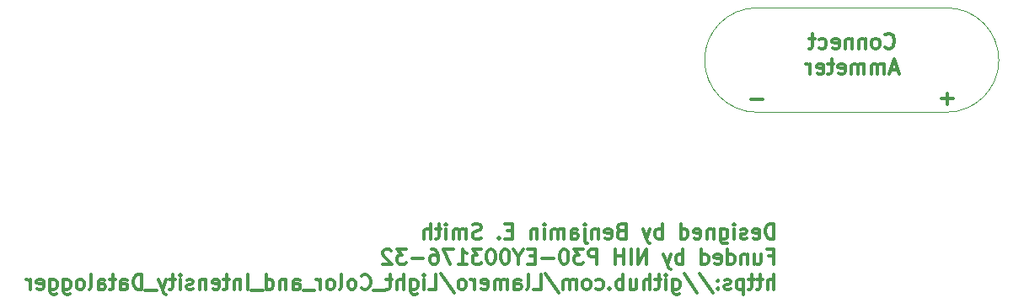
<source format=gbr>
G04 #@! TF.GenerationSoftware,KiCad,Pcbnew,(5.1.4)-1*
G04 #@! TF.CreationDate,2020-01-19T15:47:51-08:00*
G04 #@! TF.ProjectId,Light_intensity_data_logger,4c696768-745f-4696-9e74-656e73697479,rev?*
G04 #@! TF.SameCoordinates,Original*
G04 #@! TF.FileFunction,Legend,Bot*
G04 #@! TF.FilePolarity,Positive*
%FSLAX46Y46*%
G04 Gerber Fmt 4.6, Leading zero omitted, Abs format (unit mm)*
G04 Created by KiCad (PCBNEW (5.1.4)-1) date 2020-01-19 15:47:51*
%MOMM*%
%LPD*%
G04 APERTURE LIST*
%ADD10C,0.300000*%
%ADD11C,0.120000*%
G04 APERTURE END LIST*
D10*
X154787857Y-94638571D02*
X154787857Y-93138571D01*
X154430714Y-93138571D01*
X154216428Y-93210000D01*
X154073571Y-93352857D01*
X154002142Y-93495714D01*
X153930714Y-93781428D01*
X153930714Y-93995714D01*
X154002142Y-94281428D01*
X154073571Y-94424285D01*
X154216428Y-94567142D01*
X154430714Y-94638571D01*
X154787857Y-94638571D01*
X152716428Y-94567142D02*
X152859285Y-94638571D01*
X153145000Y-94638571D01*
X153287857Y-94567142D01*
X153359285Y-94424285D01*
X153359285Y-93852857D01*
X153287857Y-93710000D01*
X153145000Y-93638571D01*
X152859285Y-93638571D01*
X152716428Y-93710000D01*
X152645000Y-93852857D01*
X152645000Y-93995714D01*
X153359285Y-94138571D01*
X152073571Y-94567142D02*
X151930714Y-94638571D01*
X151645000Y-94638571D01*
X151502142Y-94567142D01*
X151430714Y-94424285D01*
X151430714Y-94352857D01*
X151502142Y-94210000D01*
X151645000Y-94138571D01*
X151859285Y-94138571D01*
X152002142Y-94067142D01*
X152073571Y-93924285D01*
X152073571Y-93852857D01*
X152002142Y-93710000D01*
X151859285Y-93638571D01*
X151645000Y-93638571D01*
X151502142Y-93710000D01*
X150787857Y-94638571D02*
X150787857Y-93638571D01*
X150787857Y-93138571D02*
X150859285Y-93210000D01*
X150787857Y-93281428D01*
X150716428Y-93210000D01*
X150787857Y-93138571D01*
X150787857Y-93281428D01*
X149430714Y-93638571D02*
X149430714Y-94852857D01*
X149502142Y-94995714D01*
X149573571Y-95067142D01*
X149716428Y-95138571D01*
X149930714Y-95138571D01*
X150073571Y-95067142D01*
X149430714Y-94567142D02*
X149573571Y-94638571D01*
X149859285Y-94638571D01*
X150002142Y-94567142D01*
X150073571Y-94495714D01*
X150145000Y-94352857D01*
X150145000Y-93924285D01*
X150073571Y-93781428D01*
X150002142Y-93710000D01*
X149859285Y-93638571D01*
X149573571Y-93638571D01*
X149430714Y-93710000D01*
X148716428Y-93638571D02*
X148716428Y-94638571D01*
X148716428Y-93781428D02*
X148645000Y-93710000D01*
X148502142Y-93638571D01*
X148287857Y-93638571D01*
X148145000Y-93710000D01*
X148073571Y-93852857D01*
X148073571Y-94638571D01*
X146787857Y-94567142D02*
X146930714Y-94638571D01*
X147216428Y-94638571D01*
X147359285Y-94567142D01*
X147430714Y-94424285D01*
X147430714Y-93852857D01*
X147359285Y-93710000D01*
X147216428Y-93638571D01*
X146930714Y-93638571D01*
X146787857Y-93710000D01*
X146716428Y-93852857D01*
X146716428Y-93995714D01*
X147430714Y-94138571D01*
X145430714Y-94638571D02*
X145430714Y-93138571D01*
X145430714Y-94567142D02*
X145573571Y-94638571D01*
X145859285Y-94638571D01*
X146002142Y-94567142D01*
X146073571Y-94495714D01*
X146145000Y-94352857D01*
X146145000Y-93924285D01*
X146073571Y-93781428D01*
X146002142Y-93710000D01*
X145859285Y-93638571D01*
X145573571Y-93638571D01*
X145430714Y-93710000D01*
X143573571Y-94638571D02*
X143573571Y-93138571D01*
X143573571Y-93710000D02*
X143430714Y-93638571D01*
X143145000Y-93638571D01*
X143002142Y-93710000D01*
X142930714Y-93781428D01*
X142859285Y-93924285D01*
X142859285Y-94352857D01*
X142930714Y-94495714D01*
X143002142Y-94567142D01*
X143145000Y-94638571D01*
X143430714Y-94638571D01*
X143573571Y-94567142D01*
X142359285Y-93638571D02*
X142002142Y-94638571D01*
X141645000Y-93638571D02*
X142002142Y-94638571D01*
X142145000Y-94995714D01*
X142216428Y-95067142D01*
X142359285Y-95138571D01*
X139430714Y-93852857D02*
X139216428Y-93924285D01*
X139145000Y-93995714D01*
X139073571Y-94138571D01*
X139073571Y-94352857D01*
X139145000Y-94495714D01*
X139216428Y-94567142D01*
X139359285Y-94638571D01*
X139930714Y-94638571D01*
X139930714Y-93138571D01*
X139430714Y-93138571D01*
X139287857Y-93210000D01*
X139216428Y-93281428D01*
X139145000Y-93424285D01*
X139145000Y-93567142D01*
X139216428Y-93710000D01*
X139287857Y-93781428D01*
X139430714Y-93852857D01*
X139930714Y-93852857D01*
X137859285Y-94567142D02*
X138002142Y-94638571D01*
X138287857Y-94638571D01*
X138430714Y-94567142D01*
X138502142Y-94424285D01*
X138502142Y-93852857D01*
X138430714Y-93710000D01*
X138287857Y-93638571D01*
X138002142Y-93638571D01*
X137859285Y-93710000D01*
X137787857Y-93852857D01*
X137787857Y-93995714D01*
X138502142Y-94138571D01*
X137145000Y-93638571D02*
X137145000Y-94638571D01*
X137145000Y-93781428D02*
X137073571Y-93710000D01*
X136930714Y-93638571D01*
X136716428Y-93638571D01*
X136573571Y-93710000D01*
X136502142Y-93852857D01*
X136502142Y-94638571D01*
X135787857Y-93638571D02*
X135787857Y-94924285D01*
X135859285Y-95067142D01*
X136002142Y-95138571D01*
X136073571Y-95138571D01*
X135787857Y-93138571D02*
X135859285Y-93210000D01*
X135787857Y-93281428D01*
X135716428Y-93210000D01*
X135787857Y-93138571D01*
X135787857Y-93281428D01*
X134430714Y-94638571D02*
X134430714Y-93852857D01*
X134502142Y-93710000D01*
X134645000Y-93638571D01*
X134930714Y-93638571D01*
X135073571Y-93710000D01*
X134430714Y-94567142D02*
X134573571Y-94638571D01*
X134930714Y-94638571D01*
X135073571Y-94567142D01*
X135145000Y-94424285D01*
X135145000Y-94281428D01*
X135073571Y-94138571D01*
X134930714Y-94067142D01*
X134573571Y-94067142D01*
X134430714Y-93995714D01*
X133716428Y-94638571D02*
X133716428Y-93638571D01*
X133716428Y-93781428D02*
X133644999Y-93710000D01*
X133502142Y-93638571D01*
X133287857Y-93638571D01*
X133144999Y-93710000D01*
X133073571Y-93852857D01*
X133073571Y-94638571D01*
X133073571Y-93852857D02*
X133002142Y-93710000D01*
X132859285Y-93638571D01*
X132644999Y-93638571D01*
X132502142Y-93710000D01*
X132430714Y-93852857D01*
X132430714Y-94638571D01*
X131716428Y-94638571D02*
X131716428Y-93638571D01*
X131716428Y-93138571D02*
X131787857Y-93210000D01*
X131716428Y-93281428D01*
X131644999Y-93210000D01*
X131716428Y-93138571D01*
X131716428Y-93281428D01*
X131002142Y-93638571D02*
X131002142Y-94638571D01*
X131002142Y-93781428D02*
X130930714Y-93710000D01*
X130787857Y-93638571D01*
X130573571Y-93638571D01*
X130430714Y-93710000D01*
X130359285Y-93852857D01*
X130359285Y-94638571D01*
X128502142Y-93852857D02*
X128002142Y-93852857D01*
X127787857Y-94638571D02*
X128502142Y-94638571D01*
X128502142Y-93138571D01*
X127787857Y-93138571D01*
X127144999Y-94495714D02*
X127073571Y-94567142D01*
X127144999Y-94638571D01*
X127216428Y-94567142D01*
X127144999Y-94495714D01*
X127144999Y-94638571D01*
X125359285Y-94567142D02*
X125144999Y-94638571D01*
X124787857Y-94638571D01*
X124644999Y-94567142D01*
X124573571Y-94495714D01*
X124502142Y-94352857D01*
X124502142Y-94210000D01*
X124573571Y-94067142D01*
X124644999Y-93995714D01*
X124787857Y-93924285D01*
X125073571Y-93852857D01*
X125216428Y-93781428D01*
X125287857Y-93710000D01*
X125359285Y-93567142D01*
X125359285Y-93424285D01*
X125287857Y-93281428D01*
X125216428Y-93210000D01*
X125073571Y-93138571D01*
X124716428Y-93138571D01*
X124502142Y-93210000D01*
X123859285Y-94638571D02*
X123859285Y-93638571D01*
X123859285Y-93781428D02*
X123787857Y-93710000D01*
X123644999Y-93638571D01*
X123430714Y-93638571D01*
X123287857Y-93710000D01*
X123216428Y-93852857D01*
X123216428Y-94638571D01*
X123216428Y-93852857D02*
X123144999Y-93710000D01*
X123002142Y-93638571D01*
X122787857Y-93638571D01*
X122644999Y-93710000D01*
X122573571Y-93852857D01*
X122573571Y-94638571D01*
X121859285Y-94638571D02*
X121859285Y-93638571D01*
X121859285Y-93138571D02*
X121930714Y-93210000D01*
X121859285Y-93281428D01*
X121787857Y-93210000D01*
X121859285Y-93138571D01*
X121859285Y-93281428D01*
X121359285Y-93638571D02*
X120787857Y-93638571D01*
X121144999Y-93138571D02*
X121144999Y-94424285D01*
X121073571Y-94567142D01*
X120930714Y-94638571D01*
X120787857Y-94638571D01*
X120287857Y-94638571D02*
X120287857Y-93138571D01*
X119644999Y-94638571D02*
X119644999Y-93852857D01*
X119716428Y-93710000D01*
X119859285Y-93638571D01*
X120073571Y-93638571D01*
X120216428Y-93710000D01*
X120287857Y-93781428D01*
X154287857Y-96402857D02*
X154787857Y-96402857D01*
X154787857Y-97188571D02*
X154787857Y-95688571D01*
X154073571Y-95688571D01*
X152859285Y-96188571D02*
X152859285Y-97188571D01*
X153502142Y-96188571D02*
X153502142Y-96974285D01*
X153430714Y-97117142D01*
X153287857Y-97188571D01*
X153073571Y-97188571D01*
X152930714Y-97117142D01*
X152859285Y-97045714D01*
X152145000Y-96188571D02*
X152145000Y-97188571D01*
X152145000Y-96331428D02*
X152073571Y-96260000D01*
X151930714Y-96188571D01*
X151716428Y-96188571D01*
X151573571Y-96260000D01*
X151502142Y-96402857D01*
X151502142Y-97188571D01*
X150145000Y-97188571D02*
X150145000Y-95688571D01*
X150145000Y-97117142D02*
X150287857Y-97188571D01*
X150573571Y-97188571D01*
X150716428Y-97117142D01*
X150787857Y-97045714D01*
X150859285Y-96902857D01*
X150859285Y-96474285D01*
X150787857Y-96331428D01*
X150716428Y-96260000D01*
X150573571Y-96188571D01*
X150287857Y-96188571D01*
X150145000Y-96260000D01*
X148859285Y-97117142D02*
X149002142Y-97188571D01*
X149287857Y-97188571D01*
X149430714Y-97117142D01*
X149502142Y-96974285D01*
X149502142Y-96402857D01*
X149430714Y-96260000D01*
X149287857Y-96188571D01*
X149002142Y-96188571D01*
X148859285Y-96260000D01*
X148787857Y-96402857D01*
X148787857Y-96545714D01*
X149502142Y-96688571D01*
X147502142Y-97188571D02*
X147502142Y-95688571D01*
X147502142Y-97117142D02*
X147645000Y-97188571D01*
X147930714Y-97188571D01*
X148073571Y-97117142D01*
X148145000Y-97045714D01*
X148216428Y-96902857D01*
X148216428Y-96474285D01*
X148145000Y-96331428D01*
X148073571Y-96260000D01*
X147930714Y-96188571D01*
X147645000Y-96188571D01*
X147502142Y-96260000D01*
X145645000Y-97188571D02*
X145645000Y-95688571D01*
X145645000Y-96260000D02*
X145502142Y-96188571D01*
X145216428Y-96188571D01*
X145073571Y-96260000D01*
X145002142Y-96331428D01*
X144930714Y-96474285D01*
X144930714Y-96902857D01*
X145002142Y-97045714D01*
X145073571Y-97117142D01*
X145216428Y-97188571D01*
X145502142Y-97188571D01*
X145645000Y-97117142D01*
X144430714Y-96188571D02*
X144073571Y-97188571D01*
X143716428Y-96188571D02*
X144073571Y-97188571D01*
X144216428Y-97545714D01*
X144287857Y-97617142D01*
X144430714Y-97688571D01*
X142002142Y-97188571D02*
X142002142Y-95688571D01*
X141145000Y-97188571D01*
X141145000Y-95688571D01*
X140430714Y-97188571D02*
X140430714Y-95688571D01*
X139716428Y-97188571D02*
X139716428Y-95688571D01*
X139716428Y-96402857D02*
X138859285Y-96402857D01*
X138859285Y-97188571D02*
X138859285Y-95688571D01*
X137002142Y-97188571D02*
X137002142Y-95688571D01*
X136430714Y-95688571D01*
X136287857Y-95760000D01*
X136216428Y-95831428D01*
X136145000Y-95974285D01*
X136145000Y-96188571D01*
X136216428Y-96331428D01*
X136287857Y-96402857D01*
X136430714Y-96474285D01*
X137002142Y-96474285D01*
X135645000Y-95688571D02*
X134716428Y-95688571D01*
X135216428Y-96260000D01*
X135002142Y-96260000D01*
X134859285Y-96331428D01*
X134787857Y-96402857D01*
X134716428Y-96545714D01*
X134716428Y-96902857D01*
X134787857Y-97045714D01*
X134859285Y-97117142D01*
X135002142Y-97188571D01*
X135430714Y-97188571D01*
X135573571Y-97117142D01*
X135645000Y-97045714D01*
X133787857Y-95688571D02*
X133645000Y-95688571D01*
X133502142Y-95760000D01*
X133430714Y-95831428D01*
X133359285Y-95974285D01*
X133287857Y-96260000D01*
X133287857Y-96617142D01*
X133359285Y-96902857D01*
X133430714Y-97045714D01*
X133502142Y-97117142D01*
X133645000Y-97188571D01*
X133787857Y-97188571D01*
X133930714Y-97117142D01*
X134002142Y-97045714D01*
X134073571Y-96902857D01*
X134145000Y-96617142D01*
X134145000Y-96260000D01*
X134073571Y-95974285D01*
X134002142Y-95831428D01*
X133930714Y-95760000D01*
X133787857Y-95688571D01*
X132645000Y-96617142D02*
X131502142Y-96617142D01*
X130787857Y-96402857D02*
X130287857Y-96402857D01*
X130073571Y-97188571D02*
X130787857Y-97188571D01*
X130787857Y-95688571D01*
X130073571Y-95688571D01*
X129145000Y-96474285D02*
X129145000Y-97188571D01*
X129645000Y-95688571D02*
X129145000Y-96474285D01*
X128645000Y-95688571D01*
X127859285Y-95688571D02*
X127716428Y-95688571D01*
X127573571Y-95760000D01*
X127502142Y-95831428D01*
X127430714Y-95974285D01*
X127359285Y-96260000D01*
X127359285Y-96617142D01*
X127430714Y-96902857D01*
X127502142Y-97045714D01*
X127573571Y-97117142D01*
X127716428Y-97188571D01*
X127859285Y-97188571D01*
X128002142Y-97117142D01*
X128073571Y-97045714D01*
X128145000Y-96902857D01*
X128216428Y-96617142D01*
X128216428Y-96260000D01*
X128145000Y-95974285D01*
X128073571Y-95831428D01*
X128002142Y-95760000D01*
X127859285Y-95688571D01*
X126430714Y-95688571D02*
X126287857Y-95688571D01*
X126145000Y-95760000D01*
X126073571Y-95831428D01*
X126002142Y-95974285D01*
X125930714Y-96260000D01*
X125930714Y-96617142D01*
X126002142Y-96902857D01*
X126073571Y-97045714D01*
X126145000Y-97117142D01*
X126287857Y-97188571D01*
X126430714Y-97188571D01*
X126573571Y-97117142D01*
X126645000Y-97045714D01*
X126716428Y-96902857D01*
X126787857Y-96617142D01*
X126787857Y-96260000D01*
X126716428Y-95974285D01*
X126645000Y-95831428D01*
X126573571Y-95760000D01*
X126430714Y-95688571D01*
X125430714Y-95688571D02*
X124502142Y-95688571D01*
X125002142Y-96260000D01*
X124787857Y-96260000D01*
X124645000Y-96331428D01*
X124573571Y-96402857D01*
X124502142Y-96545714D01*
X124502142Y-96902857D01*
X124573571Y-97045714D01*
X124645000Y-97117142D01*
X124787857Y-97188571D01*
X125216428Y-97188571D01*
X125359285Y-97117142D01*
X125430714Y-97045714D01*
X123073571Y-97188571D02*
X123930714Y-97188571D01*
X123502142Y-97188571D02*
X123502142Y-95688571D01*
X123645000Y-95902857D01*
X123787857Y-96045714D01*
X123930714Y-96117142D01*
X122573571Y-95688571D02*
X121573571Y-95688571D01*
X122216428Y-97188571D01*
X120359285Y-95688571D02*
X120645000Y-95688571D01*
X120787857Y-95760000D01*
X120859285Y-95831428D01*
X121002142Y-96045714D01*
X121073571Y-96331428D01*
X121073571Y-96902857D01*
X121002142Y-97045714D01*
X120930714Y-97117142D01*
X120787857Y-97188571D01*
X120502142Y-97188571D01*
X120359285Y-97117142D01*
X120287857Y-97045714D01*
X120216428Y-96902857D01*
X120216428Y-96545714D01*
X120287857Y-96402857D01*
X120359285Y-96331428D01*
X120502142Y-96260000D01*
X120787857Y-96260000D01*
X120930714Y-96331428D01*
X121002142Y-96402857D01*
X121073571Y-96545714D01*
X119573571Y-96617142D02*
X118430714Y-96617142D01*
X117859285Y-95688571D02*
X116930714Y-95688571D01*
X117430714Y-96260000D01*
X117216428Y-96260000D01*
X117073571Y-96331428D01*
X117002142Y-96402857D01*
X116930714Y-96545714D01*
X116930714Y-96902857D01*
X117002142Y-97045714D01*
X117073571Y-97117142D01*
X117216428Y-97188571D01*
X117645000Y-97188571D01*
X117787857Y-97117142D01*
X117859285Y-97045714D01*
X116359285Y-95831428D02*
X116287857Y-95760000D01*
X116145000Y-95688571D01*
X115787857Y-95688571D01*
X115645000Y-95760000D01*
X115573571Y-95831428D01*
X115502142Y-95974285D01*
X115502142Y-96117142D01*
X115573571Y-96331428D01*
X116430714Y-97188571D01*
X115502142Y-97188571D01*
X154787857Y-99738571D02*
X154787857Y-98238571D01*
X154145000Y-99738571D02*
X154145000Y-98952857D01*
X154216428Y-98810000D01*
X154359285Y-98738571D01*
X154573571Y-98738571D01*
X154716428Y-98810000D01*
X154787857Y-98881428D01*
X153645000Y-98738571D02*
X153073571Y-98738571D01*
X153430714Y-98238571D02*
X153430714Y-99524285D01*
X153359285Y-99667142D01*
X153216428Y-99738571D01*
X153073571Y-99738571D01*
X152787857Y-98738571D02*
X152216428Y-98738571D01*
X152573571Y-98238571D02*
X152573571Y-99524285D01*
X152502142Y-99667142D01*
X152359285Y-99738571D01*
X152216428Y-99738571D01*
X151716428Y-98738571D02*
X151716428Y-100238571D01*
X151716428Y-98810000D02*
X151573571Y-98738571D01*
X151287857Y-98738571D01*
X151145000Y-98810000D01*
X151073571Y-98881428D01*
X151002142Y-99024285D01*
X151002142Y-99452857D01*
X151073571Y-99595714D01*
X151145000Y-99667142D01*
X151287857Y-99738571D01*
X151573571Y-99738571D01*
X151716428Y-99667142D01*
X150430714Y-99667142D02*
X150287857Y-99738571D01*
X150002142Y-99738571D01*
X149859285Y-99667142D01*
X149787857Y-99524285D01*
X149787857Y-99452857D01*
X149859285Y-99310000D01*
X150002142Y-99238571D01*
X150216428Y-99238571D01*
X150359285Y-99167142D01*
X150430714Y-99024285D01*
X150430714Y-98952857D01*
X150359285Y-98810000D01*
X150216428Y-98738571D01*
X150002142Y-98738571D01*
X149859285Y-98810000D01*
X149145000Y-99595714D02*
X149073571Y-99667142D01*
X149145000Y-99738571D01*
X149216428Y-99667142D01*
X149145000Y-99595714D01*
X149145000Y-99738571D01*
X149145000Y-98810000D02*
X149073571Y-98881428D01*
X149145000Y-98952857D01*
X149216428Y-98881428D01*
X149145000Y-98810000D01*
X149145000Y-98952857D01*
X147359285Y-98167142D02*
X148645000Y-100095714D01*
X145787857Y-98167142D02*
X147073571Y-100095714D01*
X144645000Y-98738571D02*
X144645000Y-99952857D01*
X144716428Y-100095714D01*
X144787857Y-100167142D01*
X144930714Y-100238571D01*
X145145000Y-100238571D01*
X145287857Y-100167142D01*
X144645000Y-99667142D02*
X144787857Y-99738571D01*
X145073571Y-99738571D01*
X145216428Y-99667142D01*
X145287857Y-99595714D01*
X145359285Y-99452857D01*
X145359285Y-99024285D01*
X145287857Y-98881428D01*
X145216428Y-98810000D01*
X145073571Y-98738571D01*
X144787857Y-98738571D01*
X144645000Y-98810000D01*
X143930714Y-99738571D02*
X143930714Y-98738571D01*
X143930714Y-98238571D02*
X144002142Y-98310000D01*
X143930714Y-98381428D01*
X143859285Y-98310000D01*
X143930714Y-98238571D01*
X143930714Y-98381428D01*
X143430714Y-98738571D02*
X142859285Y-98738571D01*
X143216428Y-98238571D02*
X143216428Y-99524285D01*
X143145000Y-99667142D01*
X143002142Y-99738571D01*
X142859285Y-99738571D01*
X142359285Y-99738571D02*
X142359285Y-98238571D01*
X141716428Y-99738571D02*
X141716428Y-98952857D01*
X141787857Y-98810000D01*
X141930714Y-98738571D01*
X142145000Y-98738571D01*
X142287857Y-98810000D01*
X142359285Y-98881428D01*
X140359285Y-98738571D02*
X140359285Y-99738571D01*
X141002142Y-98738571D02*
X141002142Y-99524285D01*
X140930714Y-99667142D01*
X140787857Y-99738571D01*
X140573571Y-99738571D01*
X140430714Y-99667142D01*
X140359285Y-99595714D01*
X139645000Y-99738571D02*
X139645000Y-98238571D01*
X139645000Y-98810000D02*
X139502142Y-98738571D01*
X139216428Y-98738571D01*
X139073571Y-98810000D01*
X139002142Y-98881428D01*
X138930714Y-99024285D01*
X138930714Y-99452857D01*
X139002142Y-99595714D01*
X139073571Y-99667142D01*
X139216428Y-99738571D01*
X139502142Y-99738571D01*
X139645000Y-99667142D01*
X138287857Y-99595714D02*
X138216428Y-99667142D01*
X138287857Y-99738571D01*
X138359285Y-99667142D01*
X138287857Y-99595714D01*
X138287857Y-99738571D01*
X136930714Y-99667142D02*
X137073571Y-99738571D01*
X137359285Y-99738571D01*
X137502142Y-99667142D01*
X137573571Y-99595714D01*
X137645000Y-99452857D01*
X137645000Y-99024285D01*
X137573571Y-98881428D01*
X137502142Y-98810000D01*
X137359285Y-98738571D01*
X137073571Y-98738571D01*
X136930714Y-98810000D01*
X136073571Y-99738571D02*
X136216428Y-99667142D01*
X136287857Y-99595714D01*
X136359285Y-99452857D01*
X136359285Y-99024285D01*
X136287857Y-98881428D01*
X136216428Y-98810000D01*
X136073571Y-98738571D01*
X135859285Y-98738571D01*
X135716428Y-98810000D01*
X135645000Y-98881428D01*
X135573571Y-99024285D01*
X135573571Y-99452857D01*
X135645000Y-99595714D01*
X135716428Y-99667142D01*
X135859285Y-99738571D01*
X136073571Y-99738571D01*
X134930714Y-99738571D02*
X134930714Y-98738571D01*
X134930714Y-98881428D02*
X134859285Y-98810000D01*
X134716428Y-98738571D01*
X134502142Y-98738571D01*
X134359285Y-98810000D01*
X134287857Y-98952857D01*
X134287857Y-99738571D01*
X134287857Y-98952857D02*
X134216428Y-98810000D01*
X134073571Y-98738571D01*
X133859285Y-98738571D01*
X133716428Y-98810000D01*
X133645000Y-98952857D01*
X133645000Y-99738571D01*
X131859285Y-98167142D02*
X133145000Y-100095714D01*
X130645000Y-99738571D02*
X131359285Y-99738571D01*
X131359285Y-98238571D01*
X129930714Y-99738571D02*
X130073571Y-99667142D01*
X130145000Y-99524285D01*
X130145000Y-98238571D01*
X128716428Y-99738571D02*
X128716428Y-98952857D01*
X128787857Y-98810000D01*
X128930714Y-98738571D01*
X129216428Y-98738571D01*
X129359285Y-98810000D01*
X128716428Y-99667142D02*
X128859285Y-99738571D01*
X129216428Y-99738571D01*
X129359285Y-99667142D01*
X129430714Y-99524285D01*
X129430714Y-99381428D01*
X129359285Y-99238571D01*
X129216428Y-99167142D01*
X128859285Y-99167142D01*
X128716428Y-99095714D01*
X128002142Y-99738571D02*
X128002142Y-98738571D01*
X128002142Y-98881428D02*
X127930714Y-98810000D01*
X127787857Y-98738571D01*
X127573571Y-98738571D01*
X127430714Y-98810000D01*
X127359285Y-98952857D01*
X127359285Y-99738571D01*
X127359285Y-98952857D02*
X127287857Y-98810000D01*
X127145000Y-98738571D01*
X126930714Y-98738571D01*
X126787857Y-98810000D01*
X126716428Y-98952857D01*
X126716428Y-99738571D01*
X125430714Y-99667142D02*
X125573571Y-99738571D01*
X125859285Y-99738571D01*
X126002142Y-99667142D01*
X126073571Y-99524285D01*
X126073571Y-98952857D01*
X126002142Y-98810000D01*
X125859285Y-98738571D01*
X125573571Y-98738571D01*
X125430714Y-98810000D01*
X125359285Y-98952857D01*
X125359285Y-99095714D01*
X126073571Y-99238571D01*
X124716428Y-99738571D02*
X124716428Y-98738571D01*
X124716428Y-99024285D02*
X124645000Y-98881428D01*
X124573571Y-98810000D01*
X124430714Y-98738571D01*
X124287857Y-98738571D01*
X123573571Y-99738571D02*
X123716428Y-99667142D01*
X123787857Y-99595714D01*
X123859285Y-99452857D01*
X123859285Y-99024285D01*
X123787857Y-98881428D01*
X123716428Y-98810000D01*
X123573571Y-98738571D01*
X123359285Y-98738571D01*
X123216428Y-98810000D01*
X123145000Y-98881428D01*
X123073571Y-99024285D01*
X123073571Y-99452857D01*
X123145000Y-99595714D01*
X123216428Y-99667142D01*
X123359285Y-99738571D01*
X123573571Y-99738571D01*
X121359285Y-98167142D02*
X122645000Y-100095714D01*
X120145000Y-99738571D02*
X120859285Y-99738571D01*
X120859285Y-98238571D01*
X119645000Y-99738571D02*
X119645000Y-98738571D01*
X119645000Y-98238571D02*
X119716428Y-98310000D01*
X119645000Y-98381428D01*
X119573571Y-98310000D01*
X119645000Y-98238571D01*
X119645000Y-98381428D01*
X118287857Y-98738571D02*
X118287857Y-99952857D01*
X118359285Y-100095714D01*
X118430714Y-100167142D01*
X118573571Y-100238571D01*
X118787857Y-100238571D01*
X118930714Y-100167142D01*
X118287857Y-99667142D02*
X118430714Y-99738571D01*
X118716428Y-99738571D01*
X118859285Y-99667142D01*
X118930714Y-99595714D01*
X119002142Y-99452857D01*
X119002142Y-99024285D01*
X118930714Y-98881428D01*
X118859285Y-98810000D01*
X118716428Y-98738571D01*
X118430714Y-98738571D01*
X118287857Y-98810000D01*
X117573571Y-99738571D02*
X117573571Y-98238571D01*
X116930714Y-99738571D02*
X116930714Y-98952857D01*
X117002142Y-98810000D01*
X117145000Y-98738571D01*
X117359285Y-98738571D01*
X117502142Y-98810000D01*
X117573571Y-98881428D01*
X116430714Y-98738571D02*
X115859285Y-98738571D01*
X116216428Y-98238571D02*
X116216428Y-99524285D01*
X116145000Y-99667142D01*
X116002142Y-99738571D01*
X115859285Y-99738571D01*
X115716428Y-99881428D02*
X114573571Y-99881428D01*
X113359285Y-99595714D02*
X113430714Y-99667142D01*
X113645000Y-99738571D01*
X113787857Y-99738571D01*
X114002142Y-99667142D01*
X114145000Y-99524285D01*
X114216428Y-99381428D01*
X114287857Y-99095714D01*
X114287857Y-98881428D01*
X114216428Y-98595714D01*
X114145000Y-98452857D01*
X114002142Y-98310000D01*
X113787857Y-98238571D01*
X113645000Y-98238571D01*
X113430714Y-98310000D01*
X113359285Y-98381428D01*
X112502142Y-99738571D02*
X112645000Y-99667142D01*
X112716428Y-99595714D01*
X112787857Y-99452857D01*
X112787857Y-99024285D01*
X112716428Y-98881428D01*
X112645000Y-98810000D01*
X112502142Y-98738571D01*
X112287857Y-98738571D01*
X112145000Y-98810000D01*
X112073571Y-98881428D01*
X112002142Y-99024285D01*
X112002142Y-99452857D01*
X112073571Y-99595714D01*
X112145000Y-99667142D01*
X112287857Y-99738571D01*
X112502142Y-99738571D01*
X111145000Y-99738571D02*
X111287857Y-99667142D01*
X111359285Y-99524285D01*
X111359285Y-98238571D01*
X110359285Y-99738571D02*
X110502142Y-99667142D01*
X110573571Y-99595714D01*
X110645000Y-99452857D01*
X110645000Y-99024285D01*
X110573571Y-98881428D01*
X110502142Y-98810000D01*
X110359285Y-98738571D01*
X110145000Y-98738571D01*
X110002142Y-98810000D01*
X109930714Y-98881428D01*
X109859285Y-99024285D01*
X109859285Y-99452857D01*
X109930714Y-99595714D01*
X110002142Y-99667142D01*
X110145000Y-99738571D01*
X110359285Y-99738571D01*
X109216428Y-99738571D02*
X109216428Y-98738571D01*
X109216428Y-99024285D02*
X109145000Y-98881428D01*
X109073571Y-98810000D01*
X108930714Y-98738571D01*
X108787857Y-98738571D01*
X108645000Y-99881428D02*
X107502142Y-99881428D01*
X106502142Y-99738571D02*
X106502142Y-98952857D01*
X106573571Y-98810000D01*
X106716428Y-98738571D01*
X107002142Y-98738571D01*
X107145000Y-98810000D01*
X106502142Y-99667142D02*
X106645000Y-99738571D01*
X107002142Y-99738571D01*
X107145000Y-99667142D01*
X107216428Y-99524285D01*
X107216428Y-99381428D01*
X107145000Y-99238571D01*
X107002142Y-99167142D01*
X106645000Y-99167142D01*
X106502142Y-99095714D01*
X105787857Y-98738571D02*
X105787857Y-99738571D01*
X105787857Y-98881428D02*
X105716428Y-98810000D01*
X105573571Y-98738571D01*
X105359285Y-98738571D01*
X105216428Y-98810000D01*
X105145000Y-98952857D01*
X105145000Y-99738571D01*
X103787857Y-99738571D02*
X103787857Y-98238571D01*
X103787857Y-99667142D02*
X103930714Y-99738571D01*
X104216428Y-99738571D01*
X104359285Y-99667142D01*
X104430714Y-99595714D01*
X104502142Y-99452857D01*
X104502142Y-99024285D01*
X104430714Y-98881428D01*
X104359285Y-98810000D01*
X104216428Y-98738571D01*
X103930714Y-98738571D01*
X103787857Y-98810000D01*
X103430714Y-99881428D02*
X102287857Y-99881428D01*
X101930714Y-99738571D02*
X101930714Y-98238571D01*
X101216428Y-98738571D02*
X101216428Y-99738571D01*
X101216428Y-98881428D02*
X101145000Y-98810000D01*
X101002142Y-98738571D01*
X100787857Y-98738571D01*
X100645000Y-98810000D01*
X100573571Y-98952857D01*
X100573571Y-99738571D01*
X100073571Y-98738571D02*
X99502142Y-98738571D01*
X99859285Y-98238571D02*
X99859285Y-99524285D01*
X99787857Y-99667142D01*
X99645000Y-99738571D01*
X99502142Y-99738571D01*
X98430714Y-99667142D02*
X98573571Y-99738571D01*
X98859285Y-99738571D01*
X99002142Y-99667142D01*
X99073571Y-99524285D01*
X99073571Y-98952857D01*
X99002142Y-98810000D01*
X98859285Y-98738571D01*
X98573571Y-98738571D01*
X98430714Y-98810000D01*
X98359285Y-98952857D01*
X98359285Y-99095714D01*
X99073571Y-99238571D01*
X97716428Y-98738571D02*
X97716428Y-99738571D01*
X97716428Y-98881428D02*
X97645000Y-98810000D01*
X97502142Y-98738571D01*
X97287857Y-98738571D01*
X97145000Y-98810000D01*
X97073571Y-98952857D01*
X97073571Y-99738571D01*
X96430714Y-99667142D02*
X96287857Y-99738571D01*
X96002142Y-99738571D01*
X95859285Y-99667142D01*
X95787857Y-99524285D01*
X95787857Y-99452857D01*
X95859285Y-99310000D01*
X96002142Y-99238571D01*
X96216428Y-99238571D01*
X96359285Y-99167142D01*
X96430714Y-99024285D01*
X96430714Y-98952857D01*
X96359285Y-98810000D01*
X96216428Y-98738571D01*
X96002142Y-98738571D01*
X95859285Y-98810000D01*
X95145000Y-99738571D02*
X95145000Y-98738571D01*
X95145000Y-98238571D02*
X95216428Y-98310000D01*
X95145000Y-98381428D01*
X95073571Y-98310000D01*
X95145000Y-98238571D01*
X95145000Y-98381428D01*
X94645000Y-98738571D02*
X94073571Y-98738571D01*
X94430714Y-98238571D02*
X94430714Y-99524285D01*
X94359285Y-99667142D01*
X94216428Y-99738571D01*
X94073571Y-99738571D01*
X93716428Y-98738571D02*
X93359285Y-99738571D01*
X93002142Y-98738571D02*
X93359285Y-99738571D01*
X93502142Y-100095714D01*
X93573571Y-100167142D01*
X93716428Y-100238571D01*
X92787857Y-99881428D02*
X91645000Y-99881428D01*
X91287857Y-99738571D02*
X91287857Y-98238571D01*
X90930714Y-98238571D01*
X90716428Y-98310000D01*
X90573571Y-98452857D01*
X90502142Y-98595714D01*
X90430714Y-98881428D01*
X90430714Y-99095714D01*
X90502142Y-99381428D01*
X90573571Y-99524285D01*
X90716428Y-99667142D01*
X90930714Y-99738571D01*
X91287857Y-99738571D01*
X89145000Y-99738571D02*
X89145000Y-98952857D01*
X89216428Y-98810000D01*
X89359285Y-98738571D01*
X89645000Y-98738571D01*
X89787857Y-98810000D01*
X89145000Y-99667142D02*
X89287857Y-99738571D01*
X89645000Y-99738571D01*
X89787857Y-99667142D01*
X89859285Y-99524285D01*
X89859285Y-99381428D01*
X89787857Y-99238571D01*
X89645000Y-99167142D01*
X89287857Y-99167142D01*
X89145000Y-99095714D01*
X88645000Y-98738571D02*
X88073571Y-98738571D01*
X88430714Y-98238571D02*
X88430714Y-99524285D01*
X88359285Y-99667142D01*
X88216428Y-99738571D01*
X88073571Y-99738571D01*
X86930714Y-99738571D02*
X86930714Y-98952857D01*
X87002142Y-98810000D01*
X87145000Y-98738571D01*
X87430714Y-98738571D01*
X87573571Y-98810000D01*
X86930714Y-99667142D02*
X87073571Y-99738571D01*
X87430714Y-99738571D01*
X87573571Y-99667142D01*
X87645000Y-99524285D01*
X87645000Y-99381428D01*
X87573571Y-99238571D01*
X87430714Y-99167142D01*
X87073571Y-99167142D01*
X86930714Y-99095714D01*
X86002142Y-99738571D02*
X86145000Y-99667142D01*
X86216428Y-99524285D01*
X86216428Y-98238571D01*
X85216428Y-99738571D02*
X85359285Y-99667142D01*
X85430714Y-99595714D01*
X85502142Y-99452857D01*
X85502142Y-99024285D01*
X85430714Y-98881428D01*
X85359285Y-98810000D01*
X85216428Y-98738571D01*
X85002142Y-98738571D01*
X84859285Y-98810000D01*
X84787857Y-98881428D01*
X84716428Y-99024285D01*
X84716428Y-99452857D01*
X84787857Y-99595714D01*
X84859285Y-99667142D01*
X85002142Y-99738571D01*
X85216428Y-99738571D01*
X83430714Y-98738571D02*
X83430714Y-99952857D01*
X83502142Y-100095714D01*
X83573571Y-100167142D01*
X83716428Y-100238571D01*
X83930714Y-100238571D01*
X84073571Y-100167142D01*
X83430714Y-99667142D02*
X83573571Y-99738571D01*
X83859285Y-99738571D01*
X84002142Y-99667142D01*
X84073571Y-99595714D01*
X84145000Y-99452857D01*
X84145000Y-99024285D01*
X84073571Y-98881428D01*
X84002142Y-98810000D01*
X83859285Y-98738571D01*
X83573571Y-98738571D01*
X83430714Y-98810000D01*
X82073571Y-98738571D02*
X82073571Y-99952857D01*
X82145000Y-100095714D01*
X82216428Y-100167142D01*
X82359285Y-100238571D01*
X82573571Y-100238571D01*
X82716428Y-100167142D01*
X82073571Y-99667142D02*
X82216428Y-99738571D01*
X82502142Y-99738571D01*
X82645000Y-99667142D01*
X82716428Y-99595714D01*
X82787857Y-99452857D01*
X82787857Y-99024285D01*
X82716428Y-98881428D01*
X82645000Y-98810000D01*
X82502142Y-98738571D01*
X82216428Y-98738571D01*
X82073571Y-98810000D01*
X80787857Y-99667142D02*
X80930714Y-99738571D01*
X81216428Y-99738571D01*
X81359285Y-99667142D01*
X81430714Y-99524285D01*
X81430714Y-98952857D01*
X81359285Y-98810000D01*
X81216428Y-98738571D01*
X80930714Y-98738571D01*
X80787857Y-98810000D01*
X80716428Y-98952857D01*
X80716428Y-99095714D01*
X81430714Y-99238571D01*
X80073571Y-99738571D02*
X80073571Y-98738571D01*
X80073571Y-99024285D02*
X80002142Y-98881428D01*
X79930714Y-98810000D01*
X79787857Y-98738571D01*
X79645000Y-98738571D01*
D11*
X153040000Y-81930000D02*
X172230000Y-81930000D01*
X153040000Y-71420000D02*
X172180000Y-71430000D01*
X172140000Y-71420000D02*
G75*
G02X172140000Y-81920000I0J-5250000D01*
G01*
X153080000Y-81920000D02*
G75*
G02X153080000Y-71420000I0J5250000D01*
G01*
D10*
X171658571Y-80577142D02*
X172801428Y-80577142D01*
X172230000Y-81148571D02*
X172230000Y-80005714D01*
X152508571Y-80597142D02*
X153651428Y-80597142D01*
X165975714Y-75360714D02*
X166047142Y-75432142D01*
X166261428Y-75503571D01*
X166404285Y-75503571D01*
X166618571Y-75432142D01*
X166761428Y-75289285D01*
X166832857Y-75146428D01*
X166904285Y-74860714D01*
X166904285Y-74646428D01*
X166832857Y-74360714D01*
X166761428Y-74217857D01*
X166618571Y-74075000D01*
X166404285Y-74003571D01*
X166261428Y-74003571D01*
X166047142Y-74075000D01*
X165975714Y-74146428D01*
X165118571Y-75503571D02*
X165261428Y-75432142D01*
X165332857Y-75360714D01*
X165404285Y-75217857D01*
X165404285Y-74789285D01*
X165332857Y-74646428D01*
X165261428Y-74575000D01*
X165118571Y-74503571D01*
X164904285Y-74503571D01*
X164761428Y-74575000D01*
X164690000Y-74646428D01*
X164618571Y-74789285D01*
X164618571Y-75217857D01*
X164690000Y-75360714D01*
X164761428Y-75432142D01*
X164904285Y-75503571D01*
X165118571Y-75503571D01*
X163975714Y-74503571D02*
X163975714Y-75503571D01*
X163975714Y-74646428D02*
X163904285Y-74575000D01*
X163761428Y-74503571D01*
X163547142Y-74503571D01*
X163404285Y-74575000D01*
X163332857Y-74717857D01*
X163332857Y-75503571D01*
X162618571Y-74503571D02*
X162618571Y-75503571D01*
X162618571Y-74646428D02*
X162547142Y-74575000D01*
X162404285Y-74503571D01*
X162190000Y-74503571D01*
X162047142Y-74575000D01*
X161975714Y-74717857D01*
X161975714Y-75503571D01*
X160690000Y-75432142D02*
X160832857Y-75503571D01*
X161118571Y-75503571D01*
X161261428Y-75432142D01*
X161332857Y-75289285D01*
X161332857Y-74717857D01*
X161261428Y-74575000D01*
X161118571Y-74503571D01*
X160832857Y-74503571D01*
X160690000Y-74575000D01*
X160618571Y-74717857D01*
X160618571Y-74860714D01*
X161332857Y-75003571D01*
X159332857Y-75432142D02*
X159475714Y-75503571D01*
X159761428Y-75503571D01*
X159904285Y-75432142D01*
X159975714Y-75360714D01*
X160047142Y-75217857D01*
X160047142Y-74789285D01*
X159975714Y-74646428D01*
X159904285Y-74575000D01*
X159761428Y-74503571D01*
X159475714Y-74503571D01*
X159332857Y-74575000D01*
X158904285Y-74503571D02*
X158332857Y-74503571D01*
X158690000Y-74003571D02*
X158690000Y-75289285D01*
X158618571Y-75432142D01*
X158475714Y-75503571D01*
X158332857Y-75503571D01*
X167225714Y-77625000D02*
X166511428Y-77625000D01*
X167368571Y-78053571D02*
X166868571Y-76553571D01*
X166368571Y-78053571D01*
X165868571Y-78053571D02*
X165868571Y-77053571D01*
X165868571Y-77196428D02*
X165797142Y-77125000D01*
X165654285Y-77053571D01*
X165440000Y-77053571D01*
X165297142Y-77125000D01*
X165225714Y-77267857D01*
X165225714Y-78053571D01*
X165225714Y-77267857D02*
X165154285Y-77125000D01*
X165011428Y-77053571D01*
X164797142Y-77053571D01*
X164654285Y-77125000D01*
X164582857Y-77267857D01*
X164582857Y-78053571D01*
X163868571Y-78053571D02*
X163868571Y-77053571D01*
X163868571Y-77196428D02*
X163797142Y-77125000D01*
X163654285Y-77053571D01*
X163440000Y-77053571D01*
X163297142Y-77125000D01*
X163225714Y-77267857D01*
X163225714Y-78053571D01*
X163225714Y-77267857D02*
X163154285Y-77125000D01*
X163011428Y-77053571D01*
X162797142Y-77053571D01*
X162654285Y-77125000D01*
X162582857Y-77267857D01*
X162582857Y-78053571D01*
X161297142Y-77982142D02*
X161440000Y-78053571D01*
X161725714Y-78053571D01*
X161868571Y-77982142D01*
X161940000Y-77839285D01*
X161940000Y-77267857D01*
X161868571Y-77125000D01*
X161725714Y-77053571D01*
X161440000Y-77053571D01*
X161297142Y-77125000D01*
X161225714Y-77267857D01*
X161225714Y-77410714D01*
X161940000Y-77553571D01*
X160797142Y-77053571D02*
X160225714Y-77053571D01*
X160582857Y-76553571D02*
X160582857Y-77839285D01*
X160511428Y-77982142D01*
X160368571Y-78053571D01*
X160225714Y-78053571D01*
X159154285Y-77982142D02*
X159297142Y-78053571D01*
X159582857Y-78053571D01*
X159725714Y-77982142D01*
X159797142Y-77839285D01*
X159797142Y-77267857D01*
X159725714Y-77125000D01*
X159582857Y-77053571D01*
X159297142Y-77053571D01*
X159154285Y-77125000D01*
X159082857Y-77267857D01*
X159082857Y-77410714D01*
X159797142Y-77553571D01*
X158440000Y-78053571D02*
X158440000Y-77053571D01*
X158440000Y-77339285D02*
X158368571Y-77196428D01*
X158297142Y-77125000D01*
X158154285Y-77053571D01*
X158011428Y-77053571D01*
M02*

</source>
